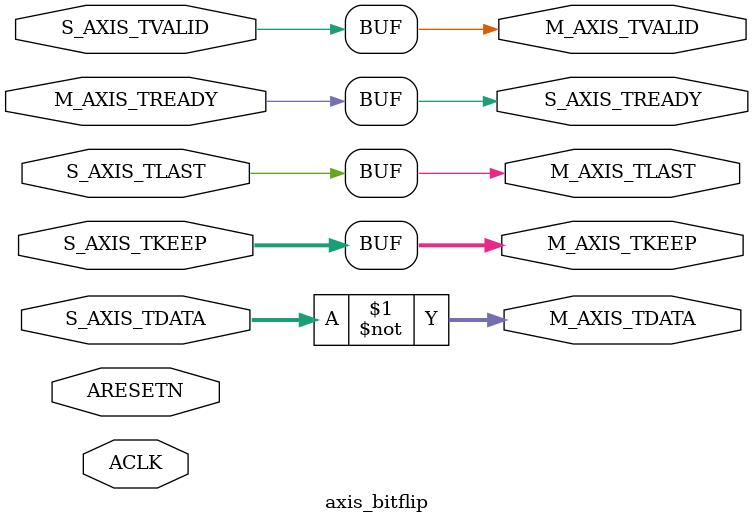
<source format=v>
`timescale 1ns / 1ps


module axis_bitflip(
    input           ACLK,
    input           ARESETN,

    input [31:0]    S_AXIS_TDATA,
    input [3:0]     S_AXIS_TKEEP,
    input           S_AXIS_TLAST,
    input           S_AXIS_TVALID,
    output          S_AXIS_TREADY,

    output [31:0]   M_AXIS_TDATA,
    output [3:0]    M_AXIS_TKEEP,
    output          M_AXIS_TLAST,
    output          M_AXIS_TVALID,
    input           M_AXIS_TREADY

    );

    assign M_AXIS_TDATA = ~S_AXIS_TDATA; 

    assign M_AXIS_TKEEP = S_AXIS_TKEEP;
    assign M_AXIS_TLAST = S_AXIS_TLAST;
    assign M_AXIS_TVALID = S_AXIS_TVALID;    
    assign S_AXIS_TREADY = M_AXIS_TREADY;
        
endmodule

</source>
